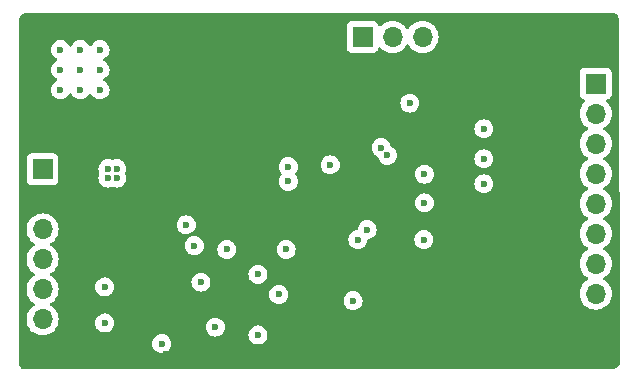
<source format=gbr>
%TF.GenerationSoftware,KiCad,Pcbnew,8.0.6*%
%TF.CreationDate,2025-03-17T21:12:52+03:00*%
%TF.ProjectId,ECU_SW_Control,4543555f-5357-45f4-936f-6e74726f6c2e,v1*%
%TF.SameCoordinates,Original*%
%TF.FileFunction,Copper,L2,Inr*%
%TF.FilePolarity,Positive*%
%FSLAX46Y46*%
G04 Gerber Fmt 4.6, Leading zero omitted, Abs format (unit mm)*
G04 Created by KiCad (PCBNEW 8.0.6) date 2025-03-17 21:12:52*
%MOMM*%
%LPD*%
G01*
G04 APERTURE LIST*
%TA.AperFunction,ComponentPad*%
%ADD10R,1.700000X1.700000*%
%TD*%
%TA.AperFunction,ComponentPad*%
%ADD11O,1.700000X1.700000*%
%TD*%
%TA.AperFunction,ViaPad*%
%ADD12C,0.600000*%
%TD*%
G04 APERTURE END LIST*
D10*
%TO.N,/MCU/I_MCLR*%
%TO.C,J2*%
X188544200Y-111455200D03*
D11*
%TO.N,/MCU/I_PROG_PGEC*%
X188544200Y-113995200D03*
%TO.N,/MCU/I_PROG_PGED*%
X188544200Y-116535200D03*
%TO.N,/MCU/IO_D_C_DEBUG*%
X188544200Y-119075200D03*
%TO.N,/MCU/IO_C_SPI_CLK*%
X188544200Y-121615200D03*
%TO.N,/MCU/I_C_SPI_MiSO*%
X188544200Y-124155200D03*
%TO.N,/MCU/O_C_SPI_MOSI*%
X188544200Y-126695200D03*
%TO.N,/CAN/5V*%
X188544200Y-129235200D03*
%TO.N,GND*%
X188544200Y-131775200D03*
%TD*%
D10*
%TO.N,/MCU/I_A_TEST*%
%TO.C,J3*%
X168798000Y-107492800D03*
D11*
%TO.N,/MCU/O_PWM_TEST*%
X171338000Y-107492800D03*
%TO.N,/MCU/O_D_TEST*%
X173878000Y-107492800D03*
%TD*%
D10*
%TO.N,/Connector/V_BAT*%
%TO.C,J1*%
X141706600Y-118719600D03*
D11*
%TO.N,GND*%
X141706600Y-121259600D03*
%TO.N,/Connector/COMM1*%
X141706600Y-123799600D03*
%TO.N,/Connector/COMM2*%
X141706600Y-126339600D03*
%TO.N,/CAN/CAN-*%
X141706600Y-128879600D03*
%TO.N,/CAN/CAN+*%
X141706600Y-131419600D03*
%TD*%
D12*
%TO.N,/LDO/V_BATPROT*%
X143223300Y-108585000D03*
X146573300Y-110285000D03*
X144913300Y-111985000D03*
X143223300Y-111985000D03*
X144913300Y-108585000D03*
X144913300Y-110285000D03*
X146573300Y-111985000D03*
X146573300Y-108585000D03*
X143223300Y-110285000D03*
%TO.N,GND*%
X182651400Y-113995200D03*
X157950400Y-108457600D03*
X147040600Y-134315200D03*
X167360600Y-111455200D03*
X179070000Y-121676600D03*
X187731400Y-134315200D03*
X147040600Y-106375200D03*
X185191400Y-113995200D03*
X170789600Y-124663200D03*
X158750400Y-109257600D03*
X182651400Y-129235200D03*
X169900600Y-111455200D03*
X182651400Y-121615200D03*
X158750400Y-108457600D03*
X161100400Y-111607600D03*
X173939200Y-130022600D03*
X151790400Y-126923800D03*
X164871400Y-134315200D03*
X158750400Y-113957600D03*
X152171400Y-134315200D03*
X154660600Y-106375200D03*
X160300400Y-109257600D03*
X159740600Y-106375200D03*
X182651400Y-108915200D03*
X162280600Y-106375200D03*
X158750400Y-110807600D03*
X161100400Y-113957600D03*
X164871400Y-131775200D03*
X158750400Y-111607600D03*
X180111400Y-116535200D03*
X177571400Y-113995200D03*
X182651400Y-124155200D03*
X157251400Y-134315200D03*
X180111400Y-113995200D03*
X180111400Y-134315200D03*
X160300400Y-111607600D03*
X164820600Y-106375200D03*
X144500600Y-119075200D03*
X172440600Y-111455200D03*
X157950400Y-113957600D03*
X156400400Y-109257600D03*
X157251400Y-121615200D03*
X157950400Y-111607600D03*
X157950400Y-110807600D03*
X155600400Y-113957600D03*
X164820600Y-108915200D03*
X182651400Y-126695200D03*
X141960600Y-134315200D03*
X185191400Y-116535200D03*
X160300400Y-108457600D03*
X160300400Y-113157600D03*
X166068800Y-119938800D03*
X152120600Y-106375200D03*
X156400400Y-111607600D03*
X177571400Y-108915200D03*
X182651400Y-119075200D03*
X185191400Y-111455200D03*
X182651400Y-116535200D03*
X149580600Y-134315200D03*
X158750400Y-113157600D03*
X155600400Y-109257600D03*
X187731400Y-106375200D03*
X149580600Y-121615200D03*
X152171400Y-121615200D03*
X185191400Y-108915200D03*
X182651400Y-134315200D03*
X177571400Y-106375200D03*
X155600400Y-108457600D03*
X156400400Y-113157600D03*
X147040600Y-124155200D03*
X144500600Y-134315200D03*
X177571400Y-126695200D03*
X144500600Y-106375200D03*
X164820600Y-111455200D03*
X185191400Y-134315200D03*
X161100400Y-110807600D03*
X182651400Y-131775200D03*
X160300400Y-113957600D03*
X141960600Y-106375200D03*
X180111400Y-119075200D03*
X144500600Y-131775200D03*
X147040600Y-126695200D03*
X161100400Y-108457600D03*
X180111400Y-111455200D03*
X157200600Y-106375200D03*
X185191400Y-126695200D03*
X156400400Y-110807600D03*
X164871400Y-129235200D03*
X161100400Y-113157600D03*
X149580600Y-106375200D03*
X185191400Y-121615200D03*
X156400400Y-113957600D03*
X159791400Y-134315200D03*
X180111400Y-108915200D03*
X162331400Y-124155200D03*
X160300400Y-110807600D03*
X167411400Y-134315200D03*
X180111400Y-106375200D03*
X182651400Y-111455200D03*
X161696400Y-131038600D03*
X185191400Y-124155200D03*
X187731400Y-108915200D03*
X162331400Y-134315200D03*
X177571400Y-111455200D03*
X144500600Y-121615200D03*
X161100400Y-109257600D03*
X155600400Y-110807600D03*
X144500600Y-126695200D03*
X167411400Y-131775200D03*
X155600400Y-111607600D03*
X180111400Y-129235200D03*
X155600400Y-113157600D03*
X156400400Y-108457600D03*
X182651400Y-106375200D03*
X154711400Y-134315200D03*
X180111400Y-124155200D03*
X185191400Y-119075200D03*
X185191400Y-131775200D03*
X157950400Y-113157600D03*
X157950400Y-109257600D03*
X185191400Y-106375200D03*
%TO.N,/CAN/5V*%
X157305800Y-125501400D03*
X167995600Y-129844800D03*
X147980400Y-118668800D03*
X162512800Y-118491000D03*
X147980400Y-119456200D03*
X161696400Y-129311400D03*
X147243800Y-119456200D03*
X147243800Y-118668800D03*
X179070000Y-119951600D03*
%TO.N,Net-(C4-Pad1)*%
X146964400Y-128676400D03*
X146964400Y-131724400D03*
%TO.N,Net-(IC1-~{MCLR})*%
X162331400Y-125501400D03*
X172802400Y-113106200D03*
%TO.N,Net-(IC1-RC5)*%
X174040800Y-121551603D03*
X179070000Y-117830600D03*
%TO.N,/CAN/TX*%
X159943800Y-132740400D03*
X153873200Y-123418600D03*
X168402000Y-124663200D03*
%TO.N,/Connector/COMM2*%
X170891200Y-117525800D03*
%TO.N,/Connector/COMM1*%
X170379051Y-116875800D03*
%TO.N,/MCU/O_D_TEST*%
X173993600Y-124663200D03*
%TO.N,/CAN/STBY*%
X156337000Y-132080000D03*
X162509200Y-119735600D03*
%TO.N,/CAN/RX*%
X154561792Y-125168408D03*
X159943800Y-127609600D03*
X169189400Y-123825000D03*
%TO.N,Net-(IC1-PGED2{slash}RB5)*%
X179070000Y-115290600D03*
X174040800Y-119126000D03*
%TO.N,/MCU/O_PWM_TEST*%
X166068800Y-118338600D03*
%TO.N,Net-(U2-SPLIT)*%
X151790400Y-133477000D03*
X155117800Y-128270000D03*
%TD*%
%TA.AperFunction,Conductor*%
%TO.N,GND*%
G36*
X189955809Y-105446453D02*
G01*
X190060991Y-105458298D01*
X190088057Y-105464475D01*
X190181374Y-105497123D01*
X190206393Y-105509171D01*
X190290104Y-105561768D01*
X190311815Y-105579082D01*
X190381717Y-105648984D01*
X190399031Y-105670695D01*
X190451628Y-105754406D01*
X190463676Y-105779427D01*
X190496323Y-105872740D01*
X190502501Y-105899813D01*
X190514348Y-106005015D01*
X190515127Y-106018897D01*
X190515124Y-106084285D01*
X190515304Y-106086997D01*
X190583681Y-135019309D01*
X190582901Y-135033485D01*
X190571066Y-135138530D01*
X190564887Y-135165602D01*
X190532234Y-135258918D01*
X190520187Y-135283935D01*
X190467583Y-135367653D01*
X190450270Y-135389362D01*
X190380362Y-135459270D01*
X190358653Y-135476583D01*
X190274935Y-135529187D01*
X190249922Y-135541232D01*
X190156598Y-135573888D01*
X190129529Y-135580066D01*
X190042519Y-135589869D01*
X190024315Y-135591920D01*
X190010434Y-135592700D01*
X189944255Y-135592700D01*
X189942932Y-135592786D01*
X140265463Y-135651149D01*
X140251434Y-135650369D01*
X140146668Y-135638565D01*
X140119595Y-135632386D01*
X140026275Y-135599731D01*
X140001257Y-135587683D01*
X139917537Y-135535076D01*
X139895829Y-135517763D01*
X139854650Y-135476583D01*
X139825918Y-135447850D01*
X139808611Y-135426148D01*
X139756007Y-135342424D01*
X139743960Y-135317406D01*
X139711308Y-135224082D01*
X139705130Y-135197010D01*
X139693285Y-135091848D01*
X139692506Y-135077861D01*
X139692551Y-135026413D01*
X139693906Y-133476996D01*
X150984835Y-133476996D01*
X150984835Y-133477003D01*
X151005030Y-133656249D01*
X151005031Y-133656254D01*
X151064611Y-133826523D01*
X151160584Y-133979262D01*
X151288138Y-134106816D01*
X151440878Y-134202789D01*
X151611145Y-134262368D01*
X151611150Y-134262369D01*
X151790396Y-134282565D01*
X151790400Y-134282565D01*
X151790404Y-134282565D01*
X151969649Y-134262369D01*
X151969652Y-134262368D01*
X151969655Y-134262368D01*
X152139922Y-134202789D01*
X152292662Y-134106816D01*
X152420216Y-133979262D01*
X152516189Y-133826522D01*
X152575768Y-133656255D01*
X152590470Y-133525769D01*
X152595965Y-133477003D01*
X152595965Y-133476996D01*
X152575769Y-133297750D01*
X152575768Y-133297745D01*
X152516188Y-133127476D01*
X152420215Y-132974737D01*
X152292662Y-132847184D01*
X152139923Y-132751211D01*
X151969654Y-132691631D01*
X151969649Y-132691630D01*
X151790404Y-132671435D01*
X151790396Y-132671435D01*
X151611150Y-132691630D01*
X151611145Y-132691631D01*
X151440876Y-132751211D01*
X151288137Y-132847184D01*
X151160584Y-132974737D01*
X151064611Y-133127476D01*
X151005031Y-133297745D01*
X151005030Y-133297750D01*
X150984835Y-133476996D01*
X139693906Y-133476996D01*
X139702370Y-123799599D01*
X140350941Y-123799599D01*
X140350941Y-123799600D01*
X140371536Y-124035003D01*
X140371538Y-124035013D01*
X140432694Y-124263255D01*
X140432696Y-124263259D01*
X140432697Y-124263263D01*
X140516332Y-124442619D01*
X140532565Y-124477430D01*
X140532567Y-124477434D01*
X140631598Y-124618864D01*
X140664705Y-124666146D01*
X140668101Y-124670995D01*
X140668106Y-124671002D01*
X140835197Y-124838093D01*
X140835203Y-124838098D01*
X141020758Y-124968025D01*
X141064383Y-125022602D01*
X141071577Y-125092100D01*
X141040054Y-125154455D01*
X141020758Y-125171175D01*
X140835197Y-125301105D01*
X140668105Y-125468197D01*
X140532565Y-125661769D01*
X140532564Y-125661771D01*
X140432698Y-125875935D01*
X140432694Y-125875944D01*
X140371538Y-126104186D01*
X140371536Y-126104196D01*
X140350941Y-126339599D01*
X140350941Y-126339600D01*
X140371536Y-126575003D01*
X140371538Y-126575013D01*
X140432694Y-126803255D01*
X140432696Y-126803259D01*
X140432697Y-126803263D01*
X140515010Y-126979784D01*
X140532565Y-127017430D01*
X140532567Y-127017434D01*
X140668101Y-127210995D01*
X140668106Y-127211002D01*
X140835197Y-127378093D01*
X140835203Y-127378098D01*
X141020758Y-127508025D01*
X141064383Y-127562602D01*
X141071577Y-127632100D01*
X141040054Y-127694455D01*
X141020758Y-127711175D01*
X140835197Y-127841105D01*
X140668105Y-128008197D01*
X140532565Y-128201769D01*
X140532564Y-128201771D01*
X140432698Y-128415935D01*
X140432694Y-128415944D01*
X140371538Y-128644186D01*
X140371536Y-128644196D01*
X140350941Y-128879599D01*
X140350941Y-128879600D01*
X140371536Y-129115003D01*
X140371538Y-129115013D01*
X140432694Y-129343255D01*
X140432696Y-129343259D01*
X140432697Y-129343263D01*
X140501427Y-129490654D01*
X140532565Y-129557430D01*
X140532567Y-129557434D01*
X140668101Y-129750995D01*
X140668106Y-129751002D01*
X140835197Y-129918093D01*
X140835203Y-129918098D01*
X141020758Y-130048025D01*
X141064383Y-130102602D01*
X141071577Y-130172100D01*
X141040054Y-130234455D01*
X141020758Y-130251175D01*
X140835197Y-130381105D01*
X140668105Y-130548197D01*
X140532565Y-130741769D01*
X140532564Y-130741771D01*
X140432698Y-130955935D01*
X140432694Y-130955944D01*
X140371538Y-131184186D01*
X140371536Y-131184196D01*
X140350941Y-131419599D01*
X140350941Y-131419600D01*
X140371536Y-131655003D01*
X140371538Y-131655013D01*
X140432694Y-131883255D01*
X140432696Y-131883259D01*
X140432697Y-131883263D01*
X140524435Y-132079996D01*
X140532565Y-132097430D01*
X140532567Y-132097434D01*
X140623054Y-132226662D01*
X140668105Y-132291001D01*
X140835199Y-132458095D01*
X140908996Y-132509768D01*
X141028765Y-132593632D01*
X141028767Y-132593633D01*
X141028770Y-132593635D01*
X141242937Y-132693503D01*
X141471192Y-132754663D01*
X141659518Y-132771139D01*
X141706599Y-132775259D01*
X141706600Y-132775259D01*
X141706601Y-132775259D01*
X141745834Y-132771826D01*
X141942008Y-132754663D01*
X142170263Y-132693503D01*
X142384430Y-132593635D01*
X142578001Y-132458095D01*
X142745095Y-132291001D01*
X142880635Y-132097430D01*
X142980503Y-131883263D01*
X143023071Y-131724396D01*
X146158835Y-131724396D01*
X146158835Y-131724403D01*
X146179030Y-131903649D01*
X146179031Y-131903654D01*
X146238611Y-132073923D01*
X146261647Y-132110584D01*
X146334584Y-132226662D01*
X146462138Y-132354216D01*
X146520482Y-132390876D01*
X146581986Y-132429522D01*
X146614878Y-132450189D01*
X146637481Y-132458098D01*
X146785145Y-132509768D01*
X146785150Y-132509769D01*
X146964396Y-132529965D01*
X146964400Y-132529965D01*
X146964404Y-132529965D01*
X147143649Y-132509769D01*
X147143652Y-132509768D01*
X147143655Y-132509768D01*
X147313922Y-132450189D01*
X147466662Y-132354216D01*
X147594216Y-132226662D01*
X147686372Y-132079996D01*
X155531435Y-132079996D01*
X155531435Y-132080003D01*
X155551630Y-132259249D01*
X155551631Y-132259254D01*
X155611211Y-132429523D01*
X155693915Y-132561145D01*
X155707184Y-132582262D01*
X155834738Y-132709816D01*
X155987478Y-132805789D01*
X156105778Y-132847184D01*
X156157745Y-132865368D01*
X156157750Y-132865369D01*
X156336996Y-132885565D01*
X156337000Y-132885565D01*
X156337004Y-132885565D01*
X156516249Y-132865369D01*
X156516252Y-132865368D01*
X156516255Y-132865368D01*
X156686522Y-132805789D01*
X156790594Y-132740396D01*
X159138235Y-132740396D01*
X159138235Y-132740403D01*
X159158430Y-132919649D01*
X159158431Y-132919654D01*
X159218011Y-133089923D01*
X159241609Y-133127478D01*
X159313984Y-133242662D01*
X159441538Y-133370216D01*
X159594278Y-133466189D01*
X159625183Y-133477003D01*
X159764545Y-133525768D01*
X159764550Y-133525769D01*
X159943796Y-133545965D01*
X159943800Y-133545965D01*
X159943804Y-133545965D01*
X160123049Y-133525769D01*
X160123052Y-133525768D01*
X160123055Y-133525768D01*
X160293322Y-133466189D01*
X160446062Y-133370216D01*
X160573616Y-133242662D01*
X160669589Y-133089922D01*
X160729168Y-132919655D01*
X160735285Y-132865368D01*
X160749365Y-132740403D01*
X160749365Y-132740396D01*
X160729169Y-132561150D01*
X160729168Y-132561145D01*
X160693109Y-132458095D01*
X160669589Y-132390878D01*
X160573616Y-132238138D01*
X160446062Y-132110584D01*
X160397382Y-132079996D01*
X160293323Y-132014611D01*
X160123054Y-131955031D01*
X160123049Y-131955030D01*
X159943804Y-131934835D01*
X159943796Y-131934835D01*
X159764550Y-131955030D01*
X159764545Y-131955031D01*
X159594276Y-132014611D01*
X159441537Y-132110584D01*
X159313984Y-132238137D01*
X159218011Y-132390876D01*
X159158431Y-132561145D01*
X159158430Y-132561150D01*
X159138235Y-132740396D01*
X156790594Y-132740396D01*
X156839262Y-132709816D01*
X156966816Y-132582262D01*
X157062789Y-132429522D01*
X157122368Y-132259255D01*
X157122369Y-132259249D01*
X157142565Y-132080003D01*
X157142565Y-132079996D01*
X157122369Y-131900750D01*
X157122368Y-131900745D01*
X157062788Y-131730476D01*
X156966815Y-131577737D01*
X156839262Y-131450184D01*
X156686523Y-131354211D01*
X156516254Y-131294631D01*
X156516249Y-131294630D01*
X156337004Y-131274435D01*
X156336996Y-131274435D01*
X156157750Y-131294630D01*
X156157745Y-131294631D01*
X155987476Y-131354211D01*
X155834737Y-131450184D01*
X155707184Y-131577737D01*
X155611211Y-131730476D01*
X155551631Y-131900745D01*
X155551630Y-131900750D01*
X155531435Y-132079996D01*
X147686372Y-132079996D01*
X147690189Y-132073922D01*
X147749768Y-131903655D01*
X147749769Y-131903649D01*
X147769965Y-131724403D01*
X147769965Y-131724396D01*
X147749769Y-131545150D01*
X147749768Y-131545145D01*
X147705838Y-131419600D01*
X147690189Y-131374878D01*
X147594216Y-131222138D01*
X147466662Y-131094584D01*
X147313923Y-130998611D01*
X147143654Y-130939031D01*
X147143649Y-130939030D01*
X146964404Y-130918835D01*
X146964396Y-130918835D01*
X146785150Y-130939030D01*
X146785145Y-130939031D01*
X146614876Y-130998611D01*
X146462137Y-131094584D01*
X146334584Y-131222137D01*
X146238611Y-131374876D01*
X146179031Y-131545145D01*
X146179030Y-131545150D01*
X146158835Y-131724396D01*
X143023071Y-131724396D01*
X143041663Y-131655008D01*
X143062259Y-131419600D01*
X143041663Y-131184192D01*
X142980503Y-130955937D01*
X142880635Y-130741771D01*
X142816633Y-130650365D01*
X142745094Y-130548197D01*
X142578002Y-130381106D01*
X142577996Y-130381101D01*
X142392442Y-130251175D01*
X142348817Y-130196598D01*
X142341623Y-130127100D01*
X142373146Y-130064745D01*
X142392442Y-130048025D01*
X142426683Y-130024049D01*
X142578001Y-129918095D01*
X142745095Y-129751001D01*
X142880635Y-129557430D01*
X142980503Y-129343263D01*
X143041663Y-129115008D01*
X143062259Y-128879600D01*
X143044481Y-128676396D01*
X146158835Y-128676396D01*
X146158835Y-128676403D01*
X146179030Y-128855649D01*
X146179031Y-128855654D01*
X146238611Y-129025923D01*
X146334584Y-129178662D01*
X146462138Y-129306216D01*
X146614878Y-129402189D01*
X146785145Y-129461768D01*
X146785150Y-129461769D01*
X146964396Y-129481965D01*
X146964400Y-129481965D01*
X146964404Y-129481965D01*
X147143649Y-129461769D01*
X147143652Y-129461768D01*
X147143655Y-129461768D01*
X147313922Y-129402189D01*
X147458418Y-129311396D01*
X160890835Y-129311396D01*
X160890835Y-129311403D01*
X160911030Y-129490649D01*
X160911031Y-129490654D01*
X160970611Y-129660923D01*
X161027211Y-129751001D01*
X161066584Y-129813662D01*
X161194138Y-129941216D01*
X161346878Y-130037189D01*
X161425629Y-130064745D01*
X161517145Y-130096768D01*
X161517150Y-130096769D01*
X161696396Y-130116965D01*
X161696400Y-130116965D01*
X161696404Y-130116965D01*
X161875649Y-130096769D01*
X161875652Y-130096768D01*
X161875655Y-130096768D01*
X162045922Y-130037189D01*
X162198662Y-129941216D01*
X162295082Y-129844796D01*
X167190035Y-129844796D01*
X167190035Y-129844803D01*
X167210230Y-130024049D01*
X167210231Y-130024054D01*
X167269811Y-130194323D01*
X167295028Y-130234455D01*
X167365784Y-130347062D01*
X167493338Y-130474616D01*
X167548221Y-130509101D01*
X167610444Y-130548199D01*
X167646078Y-130570589D01*
X167816345Y-130630168D01*
X167816350Y-130630169D01*
X167995596Y-130650365D01*
X167995600Y-130650365D01*
X167995604Y-130650365D01*
X168174849Y-130630169D01*
X168174852Y-130630168D01*
X168174855Y-130630168D01*
X168345122Y-130570589D01*
X168497862Y-130474616D01*
X168625416Y-130347062D01*
X168721389Y-130194322D01*
X168780968Y-130024055D01*
X168790302Y-129941215D01*
X168801165Y-129844803D01*
X168801165Y-129844796D01*
X168780969Y-129665550D01*
X168780968Y-129665545D01*
X168721388Y-129495276D01*
X168662897Y-129402189D01*
X168625416Y-129342538D01*
X168497862Y-129214984D01*
X168366025Y-129132145D01*
X168345123Y-129119011D01*
X168174854Y-129059431D01*
X168174849Y-129059430D01*
X167995604Y-129039235D01*
X167995596Y-129039235D01*
X167816350Y-129059430D01*
X167816345Y-129059431D01*
X167646076Y-129119011D01*
X167493337Y-129214984D01*
X167365784Y-129342537D01*
X167269811Y-129495276D01*
X167210231Y-129665545D01*
X167210230Y-129665550D01*
X167190035Y-129844796D01*
X162295082Y-129844796D01*
X162326216Y-129813662D01*
X162422189Y-129660922D01*
X162481768Y-129490655D01*
X162484027Y-129470608D01*
X162501965Y-129311403D01*
X162501965Y-129311396D01*
X162481769Y-129132150D01*
X162481768Y-129132145D01*
X162475773Y-129115013D01*
X162422189Y-128961878D01*
X162326216Y-128809138D01*
X162198662Y-128681584D01*
X162045923Y-128585611D01*
X161875654Y-128526031D01*
X161875649Y-128526030D01*
X161696404Y-128505835D01*
X161696396Y-128505835D01*
X161517150Y-128526030D01*
X161517145Y-128526031D01*
X161346876Y-128585611D01*
X161194137Y-128681584D01*
X161066584Y-128809137D01*
X160970611Y-128961876D01*
X160911031Y-129132145D01*
X160911030Y-129132150D01*
X160890835Y-129311396D01*
X147458418Y-129311396D01*
X147466662Y-129306216D01*
X147594216Y-129178662D01*
X147690189Y-129025922D01*
X147749768Y-128855655D01*
X147755009Y-128809138D01*
X147769965Y-128676403D01*
X147769965Y-128676396D01*
X147749769Y-128497150D01*
X147749768Y-128497145D01*
X147690189Y-128326878D01*
X147654448Y-128269996D01*
X154312235Y-128269996D01*
X154312235Y-128270003D01*
X154332430Y-128449249D01*
X154332431Y-128449254D01*
X154392011Y-128619523D01*
X154431007Y-128681584D01*
X154487984Y-128772262D01*
X154615538Y-128899816D01*
X154768278Y-128995789D01*
X154854396Y-129025923D01*
X154938545Y-129055368D01*
X154938550Y-129055369D01*
X155117796Y-129075565D01*
X155117800Y-129075565D01*
X155117804Y-129075565D01*
X155297049Y-129055369D01*
X155297052Y-129055368D01*
X155297055Y-129055368D01*
X155467322Y-128995789D01*
X155620062Y-128899816D01*
X155747616Y-128772262D01*
X155843589Y-128619522D01*
X155903168Y-128449255D01*
X155903169Y-128449249D01*
X155923365Y-128270003D01*
X155923365Y-128269996D01*
X155903169Y-128090750D01*
X155903168Y-128090745D01*
X155843589Y-127920478D01*
X155747616Y-127767738D01*
X155620062Y-127640184D01*
X155571382Y-127609596D01*
X159138235Y-127609596D01*
X159138235Y-127609603D01*
X159158430Y-127788849D01*
X159158431Y-127788854D01*
X159218011Y-127959123D01*
X159272967Y-128046584D01*
X159313984Y-128111862D01*
X159441538Y-128239416D01*
X159490206Y-128269996D01*
X159580729Y-128326876D01*
X159594278Y-128335389D01*
X159764545Y-128394968D01*
X159764550Y-128394969D01*
X159943796Y-128415165D01*
X159943800Y-128415165D01*
X159943804Y-128415165D01*
X160123049Y-128394969D01*
X160123052Y-128394968D01*
X160123055Y-128394968D01*
X160293322Y-128335389D01*
X160446062Y-128239416D01*
X160573616Y-128111862D01*
X160669589Y-127959122D01*
X160729168Y-127788855D01*
X160729169Y-127788849D01*
X160749365Y-127609603D01*
X160749365Y-127609596D01*
X160729169Y-127430350D01*
X160729167Y-127430341D01*
X160669588Y-127260076D01*
X160573615Y-127107337D01*
X160446062Y-126979784D01*
X160293323Y-126883811D01*
X160123054Y-126824231D01*
X160123049Y-126824230D01*
X159943804Y-126804035D01*
X159943796Y-126804035D01*
X159764550Y-126824230D01*
X159764545Y-126824231D01*
X159594276Y-126883811D01*
X159441537Y-126979784D01*
X159313984Y-127107337D01*
X159218011Y-127260076D01*
X159158433Y-127430341D01*
X159158430Y-127430350D01*
X159138235Y-127609596D01*
X155571382Y-127609596D01*
X155467323Y-127544211D01*
X155297054Y-127484631D01*
X155297049Y-127484630D01*
X155117804Y-127464435D01*
X155117796Y-127464435D01*
X154938550Y-127484630D01*
X154938545Y-127484631D01*
X154768276Y-127544211D01*
X154615537Y-127640184D01*
X154487984Y-127767737D01*
X154392011Y-127920476D01*
X154332431Y-128090745D01*
X154332430Y-128090750D01*
X154312235Y-128269996D01*
X147654448Y-128269996D01*
X147594216Y-128174138D01*
X147466662Y-128046584D01*
X147372949Y-127987700D01*
X147313923Y-127950611D01*
X147143654Y-127891031D01*
X147143649Y-127891030D01*
X146964404Y-127870835D01*
X146964396Y-127870835D01*
X146785150Y-127891030D01*
X146785145Y-127891031D01*
X146614876Y-127950611D01*
X146462137Y-128046584D01*
X146334584Y-128174137D01*
X146238611Y-128326876D01*
X146179031Y-128497145D01*
X146179030Y-128497150D01*
X146158835Y-128676396D01*
X143044481Y-128676396D01*
X143041663Y-128644192D01*
X142980503Y-128415937D01*
X142880635Y-128201771D01*
X142877089Y-128196706D01*
X142745094Y-128008197D01*
X142578002Y-127841106D01*
X142577996Y-127841101D01*
X142392442Y-127711175D01*
X142348817Y-127656598D01*
X142341623Y-127587100D01*
X142373146Y-127524745D01*
X142392442Y-127508025D01*
X142414626Y-127492491D01*
X142578001Y-127378095D01*
X142745095Y-127211001D01*
X142880635Y-127017430D01*
X142980503Y-126803263D01*
X143041663Y-126575008D01*
X143062259Y-126339600D01*
X143041663Y-126104192D01*
X142985396Y-125894197D01*
X142980505Y-125875944D01*
X142980504Y-125875943D01*
X142980503Y-125875937D01*
X142880635Y-125661771D01*
X142877089Y-125656706D01*
X142745094Y-125468197D01*
X142578002Y-125301106D01*
X142577996Y-125301101D01*
X142392442Y-125171175D01*
X142390227Y-125168404D01*
X153756227Y-125168404D01*
X153756227Y-125168411D01*
X153776422Y-125347657D01*
X153776423Y-125347662D01*
X153836003Y-125517931D01*
X153923199Y-125656701D01*
X153931976Y-125670670D01*
X154059530Y-125798224D01*
X154143398Y-125850922D01*
X154183220Y-125875944D01*
X154212270Y-125894197D01*
X154382537Y-125953776D01*
X154382542Y-125953777D01*
X154561788Y-125973973D01*
X154561792Y-125973973D01*
X154561796Y-125973973D01*
X154741041Y-125953777D01*
X154741044Y-125953776D01*
X154741047Y-125953776D01*
X154911314Y-125894197D01*
X155064054Y-125798224D01*
X155191608Y-125670670D01*
X155287581Y-125517930D01*
X155293366Y-125501396D01*
X156500235Y-125501396D01*
X156500235Y-125501403D01*
X156520430Y-125680649D01*
X156520431Y-125680654D01*
X156580011Y-125850923D01*
X156644639Y-125953777D01*
X156675984Y-126003662D01*
X156803538Y-126131216D01*
X156956278Y-126227189D01*
X157126545Y-126286768D01*
X157126550Y-126286769D01*
X157305796Y-126306965D01*
X157305800Y-126306965D01*
X157305804Y-126306965D01*
X157485049Y-126286769D01*
X157485052Y-126286768D01*
X157485055Y-126286768D01*
X157655322Y-126227189D01*
X157808062Y-126131216D01*
X157935616Y-126003662D01*
X158031589Y-125850922D01*
X158091168Y-125680655D01*
X158093296Y-125661769D01*
X158111365Y-125501403D01*
X158111365Y-125501396D01*
X161525835Y-125501396D01*
X161525835Y-125501403D01*
X161546030Y-125680649D01*
X161546031Y-125680654D01*
X161605611Y-125850923D01*
X161670239Y-125953777D01*
X161701584Y-126003662D01*
X161829138Y-126131216D01*
X161981878Y-126227189D01*
X162152145Y-126286768D01*
X162152150Y-126286769D01*
X162331396Y-126306965D01*
X162331400Y-126306965D01*
X162331404Y-126306965D01*
X162510649Y-126286769D01*
X162510652Y-126286768D01*
X162510655Y-126286768D01*
X162680922Y-126227189D01*
X162833662Y-126131216D01*
X162961216Y-126003662D01*
X163057189Y-125850922D01*
X163116768Y-125680655D01*
X163118896Y-125661769D01*
X163136965Y-125501403D01*
X163136965Y-125501396D01*
X163116769Y-125322150D01*
X163116768Y-125322145D01*
X163071821Y-125193695D01*
X163057189Y-125151878D01*
X162961216Y-124999138D01*
X162833662Y-124871584D01*
X162787294Y-124842449D01*
X162680923Y-124775611D01*
X162510654Y-124716031D01*
X162510649Y-124716030D01*
X162331404Y-124695835D01*
X162331396Y-124695835D01*
X162152150Y-124716030D01*
X162152145Y-124716031D01*
X161981876Y-124775611D01*
X161829137Y-124871584D01*
X161701584Y-124999137D01*
X161605611Y-125151876D01*
X161546031Y-125322145D01*
X161546030Y-125322150D01*
X161525835Y-125501396D01*
X158111365Y-125501396D01*
X158091169Y-125322150D01*
X158091168Y-125322145D01*
X158046221Y-125193695D01*
X158031589Y-125151878D01*
X157935616Y-124999138D01*
X157808062Y-124871584D01*
X157761694Y-124842449D01*
X157655323Y-124775611D01*
X157485054Y-124716031D01*
X157485049Y-124716030D01*
X157305804Y-124695835D01*
X157305796Y-124695835D01*
X157126550Y-124716030D01*
X157126545Y-124716031D01*
X156956276Y-124775611D01*
X156803537Y-124871584D01*
X156675984Y-124999137D01*
X156580011Y-125151876D01*
X156520431Y-125322145D01*
X156520430Y-125322150D01*
X156500235Y-125501396D01*
X155293366Y-125501396D01*
X155347160Y-125347663D01*
X155347985Y-125340345D01*
X155367357Y-125168411D01*
X155367357Y-125168404D01*
X155347161Y-124989158D01*
X155347160Y-124989153D01*
X155295826Y-124842449D01*
X155287581Y-124818886D01*
X155260389Y-124775611D01*
X155248374Y-124756488D01*
X155191608Y-124666146D01*
X155188658Y-124663196D01*
X167596435Y-124663196D01*
X167596435Y-124663203D01*
X167616630Y-124842449D01*
X167616631Y-124842454D01*
X167676211Y-125012723D01*
X167763647Y-125151876D01*
X167772184Y-125165462D01*
X167899738Y-125293016D01*
X167948452Y-125323625D01*
X168035310Y-125378202D01*
X168052478Y-125388989D01*
X168091662Y-125402700D01*
X168222745Y-125448568D01*
X168222750Y-125448569D01*
X168401996Y-125468765D01*
X168402000Y-125468765D01*
X168402004Y-125468765D01*
X168581249Y-125448569D01*
X168581252Y-125448568D01*
X168581255Y-125448568D01*
X168751522Y-125388989D01*
X168904262Y-125293016D01*
X169031816Y-125165462D01*
X169127789Y-125012722D01*
X169187368Y-124842455D01*
X169187860Y-124838095D01*
X169200451Y-124726337D01*
X169226982Y-124663196D01*
X173188035Y-124663196D01*
X173188035Y-124663203D01*
X173208230Y-124842449D01*
X173208231Y-124842454D01*
X173267811Y-125012723D01*
X173355247Y-125151876D01*
X173363784Y-125165462D01*
X173491338Y-125293016D01*
X173540052Y-125323625D01*
X173626910Y-125378202D01*
X173644078Y-125388989D01*
X173683262Y-125402700D01*
X173814345Y-125448568D01*
X173814350Y-125448569D01*
X173993596Y-125468765D01*
X173993600Y-125468765D01*
X173993604Y-125468765D01*
X174172849Y-125448569D01*
X174172852Y-125448568D01*
X174172855Y-125448568D01*
X174343122Y-125388989D01*
X174495862Y-125293016D01*
X174623416Y-125165462D01*
X174719389Y-125012722D01*
X174778968Y-124842455D01*
X174779459Y-124838098D01*
X174799165Y-124663203D01*
X174799165Y-124663196D01*
X174778969Y-124483950D01*
X174778968Y-124483945D01*
X174743659Y-124383038D01*
X174719389Y-124313678D01*
X174623416Y-124160938D01*
X174495862Y-124033384D01*
X174449494Y-124004249D01*
X174343123Y-123937411D01*
X174172854Y-123877831D01*
X174172849Y-123877830D01*
X173993604Y-123857635D01*
X173993596Y-123857635D01*
X173814350Y-123877830D01*
X173814345Y-123877831D01*
X173644076Y-123937411D01*
X173491337Y-124033384D01*
X173363784Y-124160937D01*
X173267811Y-124313676D01*
X173208231Y-124483945D01*
X173208230Y-124483950D01*
X173188035Y-124663196D01*
X169226982Y-124663196D01*
X169227517Y-124661923D01*
X169285111Y-124622368D01*
X169309776Y-124617001D01*
X169368655Y-124610368D01*
X169538922Y-124550789D01*
X169691662Y-124454816D01*
X169819216Y-124327262D01*
X169915189Y-124174522D01*
X169974768Y-124004255D01*
X169974769Y-124004249D01*
X169994965Y-123825003D01*
X169994965Y-123824996D01*
X169974769Y-123645750D01*
X169974768Y-123645745D01*
X169915189Y-123475478D01*
X169819216Y-123322738D01*
X169691662Y-123195184D01*
X169538923Y-123099211D01*
X169368654Y-123039631D01*
X169368649Y-123039630D01*
X169189404Y-123019435D01*
X169189396Y-123019435D01*
X169010150Y-123039630D01*
X169010145Y-123039631D01*
X168839876Y-123099211D01*
X168687137Y-123195184D01*
X168559584Y-123322737D01*
X168463611Y-123475476D01*
X168404031Y-123645745D01*
X168404030Y-123645749D01*
X168390948Y-123761862D01*
X168363881Y-123826276D01*
X168306286Y-123865831D01*
X168281613Y-123871198D01*
X168222750Y-123877830D01*
X168052478Y-123937410D01*
X167899737Y-124033384D01*
X167772184Y-124160937D01*
X167676211Y-124313676D01*
X167616631Y-124483945D01*
X167616630Y-124483950D01*
X167596435Y-124663196D01*
X155188658Y-124663196D01*
X155064054Y-124538592D01*
X154966722Y-124477434D01*
X154911315Y-124442619D01*
X154741046Y-124383039D01*
X154741041Y-124383038D01*
X154561796Y-124362843D01*
X154561788Y-124362843D01*
X154382542Y-124383038D01*
X154382537Y-124383039D01*
X154212268Y-124442619D01*
X154059529Y-124538592D01*
X153931976Y-124666145D01*
X153836003Y-124818884D01*
X153776423Y-124989153D01*
X153776422Y-124989158D01*
X153756227Y-125168404D01*
X142390227Y-125168404D01*
X142348817Y-125116598D01*
X142341623Y-125047100D01*
X142373146Y-124984745D01*
X142392442Y-124968025D01*
X142414626Y-124952491D01*
X142578001Y-124838095D01*
X142745095Y-124671001D01*
X142880635Y-124477430D01*
X142980503Y-124263263D01*
X143041663Y-124035008D01*
X143062259Y-123799600D01*
X143041663Y-123564192D01*
X143002651Y-123418596D01*
X153067635Y-123418596D01*
X153067635Y-123418603D01*
X153087830Y-123597849D01*
X153087831Y-123597854D01*
X153147411Y-123768123D01*
X153212178Y-123871198D01*
X153243384Y-123920862D01*
X153370938Y-124048416D01*
X153523678Y-124144389D01*
X153609796Y-124174523D01*
X153693945Y-124203968D01*
X153693950Y-124203969D01*
X153873196Y-124224165D01*
X153873200Y-124224165D01*
X153873204Y-124224165D01*
X154052449Y-124203969D01*
X154052452Y-124203968D01*
X154052455Y-124203968D01*
X154222722Y-124144389D01*
X154375462Y-124048416D01*
X154503016Y-123920862D01*
X154598989Y-123768122D01*
X154658568Y-123597855D01*
X154658569Y-123597849D01*
X154678765Y-123418603D01*
X154678765Y-123418596D01*
X154658569Y-123239350D01*
X154658568Y-123239345D01*
X154598988Y-123069076D01*
X154559782Y-123006680D01*
X154503016Y-122916338D01*
X154375462Y-122788784D01*
X154331405Y-122761101D01*
X154222723Y-122692811D01*
X154052454Y-122633231D01*
X154052449Y-122633230D01*
X153873204Y-122613035D01*
X153873196Y-122613035D01*
X153693950Y-122633230D01*
X153693945Y-122633231D01*
X153523676Y-122692811D01*
X153370937Y-122788784D01*
X153243384Y-122916337D01*
X153147411Y-123069076D01*
X153087831Y-123239345D01*
X153087830Y-123239350D01*
X153067635Y-123418596D01*
X143002651Y-123418596D01*
X142980503Y-123335937D01*
X142880635Y-123121771D01*
X142877089Y-123116706D01*
X142745094Y-122928197D01*
X142578002Y-122761106D01*
X142577995Y-122761101D01*
X142384434Y-122625567D01*
X142384430Y-122625565D01*
X142357559Y-122613035D01*
X142170263Y-122525697D01*
X142170259Y-122525696D01*
X142170255Y-122525694D01*
X141942013Y-122464538D01*
X141942003Y-122464536D01*
X141706601Y-122443941D01*
X141706599Y-122443941D01*
X141471196Y-122464536D01*
X141471186Y-122464538D01*
X141242944Y-122525694D01*
X141242935Y-122525698D01*
X141028771Y-122625564D01*
X141028769Y-122625565D01*
X140835197Y-122761105D01*
X140668105Y-122928197D01*
X140532565Y-123121769D01*
X140532564Y-123121771D01*
X140432698Y-123335935D01*
X140432694Y-123335944D01*
X140371538Y-123564186D01*
X140371536Y-123564196D01*
X140350941Y-123799599D01*
X139702370Y-123799599D01*
X139704336Y-121551599D01*
X173235235Y-121551599D01*
X173235235Y-121551606D01*
X173255430Y-121730852D01*
X173255431Y-121730857D01*
X173315011Y-121901126D01*
X173410984Y-122053865D01*
X173538538Y-122181419D01*
X173691278Y-122277392D01*
X173861545Y-122336971D01*
X173861550Y-122336972D01*
X174040796Y-122357168D01*
X174040800Y-122357168D01*
X174040804Y-122357168D01*
X174220049Y-122336972D01*
X174220052Y-122336971D01*
X174220055Y-122336971D01*
X174390322Y-122277392D01*
X174543062Y-122181419D01*
X174670616Y-122053865D01*
X174766589Y-121901125D01*
X174826168Y-121730858D01*
X174826169Y-121730852D01*
X174846365Y-121551606D01*
X174846365Y-121551599D01*
X174826169Y-121372353D01*
X174826168Y-121372348D01*
X174766588Y-121202079D01*
X174670615Y-121049340D01*
X174543062Y-120921787D01*
X174390323Y-120825814D01*
X174220054Y-120766234D01*
X174220049Y-120766233D01*
X174040804Y-120746038D01*
X174040796Y-120746038D01*
X173861550Y-120766233D01*
X173861545Y-120766234D01*
X173691276Y-120825814D01*
X173538537Y-120921787D01*
X173410984Y-121049340D01*
X173315011Y-121202079D01*
X173255431Y-121372348D01*
X173255430Y-121372353D01*
X173235235Y-121551599D01*
X139704336Y-121551599D01*
X139707598Y-117821735D01*
X140356100Y-117821735D01*
X140356100Y-119617470D01*
X140356101Y-119617476D01*
X140362508Y-119677083D01*
X140412802Y-119811928D01*
X140412806Y-119811935D01*
X140499052Y-119927144D01*
X140499055Y-119927147D01*
X140614264Y-120013393D01*
X140614271Y-120013397D01*
X140749117Y-120063691D01*
X140749116Y-120063691D01*
X140756044Y-120064435D01*
X140808727Y-120070100D01*
X142604472Y-120070099D01*
X142664083Y-120063691D01*
X142798931Y-120013396D01*
X142914146Y-119927146D01*
X143000396Y-119811931D01*
X143050691Y-119677083D01*
X143057100Y-119617473D01*
X143057099Y-118668796D01*
X146438235Y-118668796D01*
X146438235Y-118668803D01*
X146458430Y-118848049D01*
X146458433Y-118848062D01*
X146519138Y-119021545D01*
X146522700Y-119091324D01*
X146519138Y-119103455D01*
X146458433Y-119276937D01*
X146458430Y-119276950D01*
X146438235Y-119456196D01*
X146438235Y-119456203D01*
X146458430Y-119635449D01*
X146458431Y-119635454D01*
X146518011Y-119805723D01*
X146594307Y-119927146D01*
X146613984Y-119958462D01*
X146741538Y-120086016D01*
X146894278Y-120181989D01*
X147053954Y-120237862D01*
X147064545Y-120241568D01*
X147064550Y-120241569D01*
X147243796Y-120261765D01*
X147243800Y-120261765D01*
X147243804Y-120261765D01*
X147423049Y-120241569D01*
X147423051Y-120241568D01*
X147423055Y-120241568D01*
X147423058Y-120241566D01*
X147423062Y-120241566D01*
X147571145Y-120189749D01*
X147640923Y-120186186D01*
X147653055Y-120189749D01*
X147801137Y-120241566D01*
X147801143Y-120241567D01*
X147801145Y-120241568D01*
X147801146Y-120241568D01*
X147801150Y-120241569D01*
X147980396Y-120261765D01*
X147980400Y-120261765D01*
X147980404Y-120261765D01*
X148159649Y-120241569D01*
X148159652Y-120241568D01*
X148159655Y-120241568D01*
X148329922Y-120181989D01*
X148482662Y-120086016D01*
X148610216Y-119958462D01*
X148706189Y-119805722D01*
X148730727Y-119735596D01*
X161703635Y-119735596D01*
X161703635Y-119735603D01*
X161723830Y-119914849D01*
X161723831Y-119914854D01*
X161783411Y-120085123D01*
X161879384Y-120237862D01*
X162006938Y-120365416D01*
X162159678Y-120461389D01*
X162329945Y-120520968D01*
X162329950Y-120520969D01*
X162509196Y-120541165D01*
X162509200Y-120541165D01*
X162509204Y-120541165D01*
X162688449Y-120520969D01*
X162688452Y-120520968D01*
X162688455Y-120520968D01*
X162858722Y-120461389D01*
X163011462Y-120365416D01*
X163139016Y-120237862D01*
X163234989Y-120085122D01*
X163281712Y-119951596D01*
X178264435Y-119951596D01*
X178264435Y-119951603D01*
X178284630Y-120130849D01*
X178284631Y-120130854D01*
X178344211Y-120301123D01*
X178401438Y-120392198D01*
X178440184Y-120453862D01*
X178567738Y-120581416D01*
X178720478Y-120677389D01*
X178890745Y-120736968D01*
X178890750Y-120736969D01*
X179069996Y-120757165D01*
X179070000Y-120757165D01*
X179070004Y-120757165D01*
X179249249Y-120736969D01*
X179249252Y-120736968D01*
X179249255Y-120736968D01*
X179419522Y-120677389D01*
X179572262Y-120581416D01*
X179699816Y-120453862D01*
X179795789Y-120301122D01*
X179855368Y-120130855D01*
X179857301Y-120113698D01*
X179875565Y-119951603D01*
X179875565Y-119951596D01*
X179855369Y-119772350D01*
X179855368Y-119772345D01*
X179801176Y-119617473D01*
X179795789Y-119602078D01*
X179699816Y-119449338D01*
X179572262Y-119321784D01*
X179419523Y-119225811D01*
X179249254Y-119166231D01*
X179249249Y-119166230D01*
X179070004Y-119146035D01*
X179069996Y-119146035D01*
X178890750Y-119166230D01*
X178890745Y-119166231D01*
X178720476Y-119225811D01*
X178567737Y-119321784D01*
X178440184Y-119449337D01*
X178344211Y-119602076D01*
X178284631Y-119772345D01*
X178284630Y-119772350D01*
X178264435Y-119951596D01*
X163281712Y-119951596D01*
X163294568Y-119914855D01*
X163301674Y-119851788D01*
X163314765Y-119735603D01*
X163314765Y-119735596D01*
X163294569Y-119556350D01*
X163294568Y-119556345D01*
X163259524Y-119456196D01*
X163234989Y-119386078D01*
X163139016Y-119233338D01*
X163108459Y-119202781D01*
X163074974Y-119141458D01*
X163079958Y-119071766D01*
X163108459Y-119027419D01*
X163117556Y-119018322D01*
X163142616Y-118993262D01*
X163238589Y-118840522D01*
X163298168Y-118670255D01*
X163298332Y-118668800D01*
X163318365Y-118491003D01*
X163318365Y-118490996D01*
X163301194Y-118338596D01*
X165263235Y-118338596D01*
X165263235Y-118338603D01*
X165283430Y-118517849D01*
X165283431Y-118517854D01*
X165343011Y-118688123D01*
X165398529Y-118776478D01*
X165438984Y-118840862D01*
X165566538Y-118968416D01*
X165606080Y-118993262D01*
X165716271Y-119062500D01*
X165719278Y-119064389D01*
X165840133Y-119106678D01*
X165889545Y-119123968D01*
X165889550Y-119123969D01*
X166068796Y-119144165D01*
X166068800Y-119144165D01*
X166068804Y-119144165D01*
X166230059Y-119125996D01*
X173235235Y-119125996D01*
X173235235Y-119126003D01*
X173255430Y-119305249D01*
X173255431Y-119305254D01*
X173315011Y-119475523D01*
X173394530Y-119602076D01*
X173410984Y-119628262D01*
X173538538Y-119755816D01*
X173691278Y-119851789D01*
X173861545Y-119911368D01*
X173861550Y-119911369D01*
X174040796Y-119931565D01*
X174040800Y-119931565D01*
X174040804Y-119931565D01*
X174220049Y-119911369D01*
X174220052Y-119911368D01*
X174220055Y-119911368D01*
X174390322Y-119851789D01*
X174543062Y-119755816D01*
X174670616Y-119628262D01*
X174766589Y-119475522D01*
X174826168Y-119305255D01*
X174826169Y-119305249D01*
X174846365Y-119126003D01*
X174846365Y-119125996D01*
X174826169Y-118946750D01*
X174826168Y-118946745D01*
X174788745Y-118839796D01*
X174766589Y-118776478D01*
X174670616Y-118623738D01*
X174543062Y-118496184D01*
X174390323Y-118400211D01*
X174220054Y-118340631D01*
X174220049Y-118340630D01*
X174040804Y-118320435D01*
X174040796Y-118320435D01*
X173861550Y-118340630D01*
X173861545Y-118340631D01*
X173691276Y-118400211D01*
X173538537Y-118496184D01*
X173410984Y-118623737D01*
X173315011Y-118776476D01*
X173255431Y-118946745D01*
X173255430Y-118946750D01*
X173235235Y-119125996D01*
X166230059Y-119125996D01*
X166248049Y-119123969D01*
X166248052Y-119123968D01*
X166248055Y-119123968D01*
X166418322Y-119064389D01*
X166571062Y-118968416D01*
X166698616Y-118840862D01*
X166794589Y-118688122D01*
X166854168Y-118517855D01*
X166856610Y-118496184D01*
X166874365Y-118338603D01*
X166874365Y-118338596D01*
X166854169Y-118159350D01*
X166854168Y-118159345D01*
X166794588Y-117989076D01*
X166755382Y-117926680D01*
X166698616Y-117836338D01*
X166571062Y-117708784D01*
X166554312Y-117698259D01*
X166418323Y-117612811D01*
X166248054Y-117553231D01*
X166248049Y-117553230D01*
X166068804Y-117533035D01*
X166068796Y-117533035D01*
X165889550Y-117553230D01*
X165889545Y-117553231D01*
X165719276Y-117612811D01*
X165566537Y-117708784D01*
X165438984Y-117836337D01*
X165343011Y-117989076D01*
X165283431Y-118159345D01*
X165283430Y-118159350D01*
X165263235Y-118338596D01*
X163301194Y-118338596D01*
X163298169Y-118311750D01*
X163298168Y-118311745D01*
X163297966Y-118311168D01*
X163238589Y-118141478D01*
X163142616Y-117988738D01*
X163015062Y-117861184D01*
X162975520Y-117836338D01*
X162862323Y-117765211D01*
X162692054Y-117705631D01*
X162692049Y-117705630D01*
X162512804Y-117685435D01*
X162512796Y-117685435D01*
X162333550Y-117705630D01*
X162333545Y-117705631D01*
X162163276Y-117765211D01*
X162010537Y-117861184D01*
X161882984Y-117988737D01*
X161787011Y-118141476D01*
X161727431Y-118311745D01*
X161727430Y-118311750D01*
X161707235Y-118490996D01*
X161707235Y-118491003D01*
X161727430Y-118670249D01*
X161727431Y-118670254D01*
X161787011Y-118840523D01*
X161882984Y-118993262D01*
X161913541Y-119023819D01*
X161947026Y-119085142D01*
X161942042Y-119154834D01*
X161913541Y-119199181D01*
X161879384Y-119233337D01*
X161783411Y-119386076D01*
X161723831Y-119556345D01*
X161723830Y-119556350D01*
X161703635Y-119735596D01*
X148730727Y-119735596D01*
X148765768Y-119635455D01*
X148765769Y-119635449D01*
X148785965Y-119456203D01*
X148785965Y-119456196D01*
X148765769Y-119276950D01*
X148765766Y-119276937D01*
X148705062Y-119103455D01*
X148701500Y-119033676D01*
X148705062Y-119021545D01*
X148765766Y-118848062D01*
X148765769Y-118848049D01*
X148785965Y-118668803D01*
X148785965Y-118668796D01*
X148765769Y-118489550D01*
X148765768Y-118489545D01*
X148713661Y-118340632D01*
X148706189Y-118319278D01*
X148610216Y-118166538D01*
X148482662Y-118038984D01*
X148436294Y-118009849D01*
X148329923Y-117943011D01*
X148159654Y-117883431D01*
X148159649Y-117883430D01*
X147980404Y-117863235D01*
X147980396Y-117863235D01*
X147801150Y-117883430D01*
X147801142Y-117883432D01*
X147653054Y-117935250D01*
X147583275Y-117938811D01*
X147571146Y-117935250D01*
X147423057Y-117883432D01*
X147423049Y-117883430D01*
X147243804Y-117863235D01*
X147243796Y-117863235D01*
X147064550Y-117883430D01*
X147064545Y-117883431D01*
X146894276Y-117943011D01*
X146741537Y-118038984D01*
X146613984Y-118166537D01*
X146518011Y-118319276D01*
X146458431Y-118489545D01*
X146458430Y-118489550D01*
X146438235Y-118668796D01*
X143057099Y-118668796D01*
X143057099Y-117821728D01*
X143050691Y-117762117D01*
X143030967Y-117709235D01*
X143000397Y-117627271D01*
X143000393Y-117627264D01*
X142914147Y-117512055D01*
X142914144Y-117512052D01*
X142798935Y-117425806D01*
X142798928Y-117425802D01*
X142664082Y-117375508D01*
X142664083Y-117375508D01*
X142604483Y-117369101D01*
X142604481Y-117369100D01*
X142604473Y-117369100D01*
X142604464Y-117369100D01*
X140808729Y-117369100D01*
X140808723Y-117369101D01*
X140749116Y-117375508D01*
X140614271Y-117425802D01*
X140614264Y-117425806D01*
X140499055Y-117512052D01*
X140499052Y-117512055D01*
X140412806Y-117627264D01*
X140412802Y-117627271D01*
X140362508Y-117762117D01*
X140356101Y-117821716D01*
X140356101Y-117821723D01*
X140356100Y-117821735D01*
X139707598Y-117821735D01*
X139708425Y-116875796D01*
X169573486Y-116875796D01*
X169573486Y-116875803D01*
X169593681Y-117055049D01*
X169593682Y-117055054D01*
X169653262Y-117225323D01*
X169729435Y-117346550D01*
X169749235Y-117378062D01*
X169876789Y-117505616D01*
X169985133Y-117573693D01*
X170029534Y-117601592D01*
X170035805Y-117604612D01*
X170034435Y-117607455D01*
X170079900Y-117639920D01*
X170103831Y-117698361D01*
X170104280Y-117698259D01*
X170104897Y-117700965D01*
X170105550Y-117702558D01*
X170105830Y-117705050D01*
X170165410Y-117875321D01*
X170236674Y-117988737D01*
X170261384Y-118028062D01*
X170388938Y-118155616D01*
X170541678Y-118251589D01*
X170711945Y-118311168D01*
X170711950Y-118311169D01*
X170891196Y-118331365D01*
X170891200Y-118331365D01*
X170891204Y-118331365D01*
X171070449Y-118311169D01*
X171070452Y-118311168D01*
X171070455Y-118311168D01*
X171240722Y-118251589D01*
X171393462Y-118155616D01*
X171521016Y-118028062D01*
X171616989Y-117875322D01*
X171632639Y-117830596D01*
X178264435Y-117830596D01*
X178264435Y-117830603D01*
X178284630Y-118009849D01*
X178284631Y-118009854D01*
X178344211Y-118180123D01*
X178426553Y-118311168D01*
X178440184Y-118332862D01*
X178567738Y-118460416D01*
X178720478Y-118556389D01*
X178878076Y-118611535D01*
X178890745Y-118615968D01*
X178890750Y-118615969D01*
X179069996Y-118636165D01*
X179070000Y-118636165D01*
X179070004Y-118636165D01*
X179249249Y-118615969D01*
X179249252Y-118615968D01*
X179249255Y-118615968D01*
X179419522Y-118556389D01*
X179572262Y-118460416D01*
X179699816Y-118332862D01*
X179795789Y-118180122D01*
X179855368Y-118009855D01*
X179857709Y-117989078D01*
X179875565Y-117830603D01*
X179875565Y-117830596D01*
X179855369Y-117651350D01*
X179855368Y-117651345D01*
X179821036Y-117553230D01*
X179795789Y-117481078D01*
X179699816Y-117328338D01*
X179572262Y-117200784D01*
X179533258Y-117176276D01*
X179419523Y-117104811D01*
X179249254Y-117045231D01*
X179249249Y-117045230D01*
X179070004Y-117025035D01*
X179069996Y-117025035D01*
X178890750Y-117045230D01*
X178890745Y-117045231D01*
X178720476Y-117104811D01*
X178567737Y-117200784D01*
X178440184Y-117328337D01*
X178344211Y-117481076D01*
X178284631Y-117651345D01*
X178284630Y-117651350D01*
X178264435Y-117830596D01*
X171632639Y-117830596D01*
X171676568Y-117705055D01*
X171676729Y-117703625D01*
X171696765Y-117525803D01*
X171696765Y-117525796D01*
X171676569Y-117346550D01*
X171676568Y-117346545D01*
X171670197Y-117328337D01*
X171616989Y-117176278D01*
X171521016Y-117023538D01*
X171393462Y-116895984D01*
X171240722Y-116800011D01*
X171240716Y-116800007D01*
X171234447Y-116796988D01*
X171235783Y-116794211D01*
X171190081Y-116761334D01*
X171166409Y-116703231D01*
X171165968Y-116703332D01*
X171165353Y-116700637D01*
X171164699Y-116699032D01*
X171164419Y-116696545D01*
X171104840Y-116526278D01*
X171008867Y-116373538D01*
X170881313Y-116245984D01*
X170728574Y-116150011D01*
X170558305Y-116090431D01*
X170558300Y-116090430D01*
X170379055Y-116070235D01*
X170379047Y-116070235D01*
X170199801Y-116090430D01*
X170199796Y-116090431D01*
X170029527Y-116150011D01*
X169876788Y-116245984D01*
X169749235Y-116373537D01*
X169653262Y-116526276D01*
X169593682Y-116696545D01*
X169593681Y-116696550D01*
X169573486Y-116875796D01*
X139708425Y-116875796D01*
X139709811Y-115290596D01*
X178264435Y-115290596D01*
X178264435Y-115290603D01*
X178284630Y-115469849D01*
X178284631Y-115469854D01*
X178344211Y-115640123D01*
X178359088Y-115663799D01*
X178440184Y-115792862D01*
X178567738Y-115920416D01*
X178720478Y-116016389D01*
X178874361Y-116070235D01*
X178890745Y-116075968D01*
X178890750Y-116075969D01*
X179069996Y-116096165D01*
X179070000Y-116096165D01*
X179070004Y-116096165D01*
X179249249Y-116075969D01*
X179249252Y-116075968D01*
X179249255Y-116075968D01*
X179419522Y-116016389D01*
X179572262Y-115920416D01*
X179699816Y-115792862D01*
X179795789Y-115640122D01*
X179855368Y-115469855D01*
X179855369Y-115469849D01*
X179875565Y-115290603D01*
X179875565Y-115290596D01*
X179855369Y-115111350D01*
X179855368Y-115111345D01*
X179795788Y-114941076D01*
X179699815Y-114788337D01*
X179572262Y-114660784D01*
X179419523Y-114564811D01*
X179249254Y-114505231D01*
X179249249Y-114505230D01*
X179070004Y-114485035D01*
X179069996Y-114485035D01*
X178890750Y-114505230D01*
X178890745Y-114505231D01*
X178720476Y-114564811D01*
X178567737Y-114660784D01*
X178440184Y-114788337D01*
X178344211Y-114941076D01*
X178284631Y-115111345D01*
X178284630Y-115111350D01*
X178264435Y-115290596D01*
X139709811Y-115290596D01*
X139710944Y-113995199D01*
X187188541Y-113995199D01*
X187188541Y-113995200D01*
X187209136Y-114230603D01*
X187209138Y-114230613D01*
X187270294Y-114458855D01*
X187270296Y-114458859D01*
X187270297Y-114458863D01*
X187319702Y-114564811D01*
X187370165Y-114673030D01*
X187370167Y-114673034D01*
X187505701Y-114866595D01*
X187505706Y-114866602D01*
X187672797Y-115033693D01*
X187672803Y-115033698D01*
X187858358Y-115163625D01*
X187901983Y-115218202D01*
X187909177Y-115287700D01*
X187877654Y-115350055D01*
X187858358Y-115366775D01*
X187672797Y-115496705D01*
X187505705Y-115663797D01*
X187370165Y-115857369D01*
X187370164Y-115857371D01*
X187270298Y-116071535D01*
X187270294Y-116071544D01*
X187209138Y-116299786D01*
X187209136Y-116299796D01*
X187188541Y-116535199D01*
X187188541Y-116535200D01*
X187209136Y-116770603D01*
X187209138Y-116770613D01*
X187270294Y-116998855D01*
X187270296Y-116998859D01*
X187270297Y-116998863D01*
X187296500Y-117055055D01*
X187370165Y-117213030D01*
X187370167Y-117213034D01*
X187505701Y-117406595D01*
X187505706Y-117406602D01*
X187672797Y-117573693D01*
X187672803Y-117573698D01*
X187858358Y-117703625D01*
X187901983Y-117758202D01*
X187909177Y-117827700D01*
X187877654Y-117890055D01*
X187858358Y-117906775D01*
X187672797Y-118036705D01*
X187505705Y-118203797D01*
X187370165Y-118397369D01*
X187370164Y-118397371D01*
X187270298Y-118611535D01*
X187270294Y-118611544D01*
X187209138Y-118839786D01*
X187209136Y-118839796D01*
X187188541Y-119075199D01*
X187188541Y-119075200D01*
X187209136Y-119310603D01*
X187209138Y-119310613D01*
X187270294Y-119538855D01*
X187270296Y-119538859D01*
X187270297Y-119538863D01*
X187315339Y-119635455D01*
X187370165Y-119753030D01*
X187370167Y-119753034D01*
X187439316Y-119851788D01*
X187492082Y-119927146D01*
X187505701Y-119946595D01*
X187505706Y-119946602D01*
X187672797Y-120113693D01*
X187672803Y-120113698D01*
X187858358Y-120243625D01*
X187901983Y-120298202D01*
X187909177Y-120367700D01*
X187877654Y-120430055D01*
X187858358Y-120446775D01*
X187672797Y-120576705D01*
X187505705Y-120743797D01*
X187370165Y-120937369D01*
X187370164Y-120937371D01*
X187270298Y-121151535D01*
X187270294Y-121151544D01*
X187209138Y-121379786D01*
X187209136Y-121379796D01*
X187188541Y-121615199D01*
X187188541Y-121615200D01*
X187209136Y-121850603D01*
X187209138Y-121850613D01*
X187270294Y-122078855D01*
X187270296Y-122078859D01*
X187270297Y-122078863D01*
X187318120Y-122181419D01*
X187370165Y-122293030D01*
X187370167Y-122293034D01*
X187505701Y-122486595D01*
X187505706Y-122486602D01*
X187672797Y-122653693D01*
X187672803Y-122653698D01*
X187858358Y-122783625D01*
X187901983Y-122838202D01*
X187909177Y-122907700D01*
X187877654Y-122970055D01*
X187858358Y-122986775D01*
X187672797Y-123116705D01*
X187505705Y-123283797D01*
X187370165Y-123477369D01*
X187370164Y-123477371D01*
X187270298Y-123691535D01*
X187270294Y-123691544D01*
X187209138Y-123919786D01*
X187209136Y-123919796D01*
X187188541Y-124155199D01*
X187188541Y-124155200D01*
X187209136Y-124390603D01*
X187209138Y-124390613D01*
X187270294Y-124618855D01*
X187270296Y-124618859D01*
X187270297Y-124618863D01*
X187315608Y-124716032D01*
X187370165Y-124833030D01*
X187370167Y-124833034D01*
X187464690Y-124968025D01*
X187486474Y-124999137D01*
X187505701Y-125026595D01*
X187505706Y-125026602D01*
X187672797Y-125193693D01*
X187672803Y-125193698D01*
X187858358Y-125323625D01*
X187901983Y-125378202D01*
X187909177Y-125447700D01*
X187877654Y-125510055D01*
X187858358Y-125526775D01*
X187672797Y-125656705D01*
X187505705Y-125823797D01*
X187370165Y-126017369D01*
X187370164Y-126017371D01*
X187270298Y-126231535D01*
X187270294Y-126231544D01*
X187209138Y-126459786D01*
X187209136Y-126459796D01*
X187188541Y-126695199D01*
X187188541Y-126695200D01*
X187209136Y-126930603D01*
X187209138Y-126930613D01*
X187270294Y-127158855D01*
X187270296Y-127158859D01*
X187270297Y-127158863D01*
X187370165Y-127373030D01*
X187370167Y-127373034D01*
X187505701Y-127566595D01*
X187505706Y-127566602D01*
X187672797Y-127733693D01*
X187672803Y-127733698D01*
X187858358Y-127863625D01*
X187901983Y-127918202D01*
X187909177Y-127987700D01*
X187877654Y-128050055D01*
X187858358Y-128066775D01*
X187672797Y-128196705D01*
X187505705Y-128363797D01*
X187370165Y-128557369D01*
X187370164Y-128557371D01*
X187270298Y-128771535D01*
X187270294Y-128771544D01*
X187209138Y-128999786D01*
X187209136Y-128999796D01*
X187188541Y-129235199D01*
X187188541Y-129235200D01*
X187209136Y-129470603D01*
X187209138Y-129470613D01*
X187270294Y-129698855D01*
X187270296Y-129698859D01*
X187270297Y-129698863D01*
X187294610Y-129751002D01*
X187370165Y-129913030D01*
X187370167Y-129913034D01*
X187457101Y-130037188D01*
X187505705Y-130106601D01*
X187672799Y-130273695D01*
X187769584Y-130341465D01*
X187866365Y-130409232D01*
X187866367Y-130409233D01*
X187866370Y-130409235D01*
X188080537Y-130509103D01*
X188308792Y-130570263D01*
X188497118Y-130586739D01*
X188544199Y-130590859D01*
X188544200Y-130590859D01*
X188544201Y-130590859D01*
X188583434Y-130587426D01*
X188779608Y-130570263D01*
X189007863Y-130509103D01*
X189222030Y-130409235D01*
X189415601Y-130273695D01*
X189582695Y-130106601D01*
X189718235Y-129913030D01*
X189818103Y-129698863D01*
X189879263Y-129470608D01*
X189899859Y-129235200D01*
X189879263Y-128999792D01*
X189818103Y-128771537D01*
X189718235Y-128557371D01*
X189696292Y-128526032D01*
X189582694Y-128363797D01*
X189415602Y-128196706D01*
X189415596Y-128196701D01*
X189230042Y-128066775D01*
X189186417Y-128012198D01*
X189179223Y-127942700D01*
X189210746Y-127880345D01*
X189230042Y-127863625D01*
X189336824Y-127788855D01*
X189415601Y-127733695D01*
X189582695Y-127566601D01*
X189718235Y-127373030D01*
X189818103Y-127158863D01*
X189879263Y-126930608D01*
X189899859Y-126695200D01*
X189879263Y-126459792D01*
X189818103Y-126231537D01*
X189718235Y-126017371D01*
X189673707Y-125953777D01*
X189582694Y-125823797D01*
X189415602Y-125656706D01*
X189415596Y-125656701D01*
X189230042Y-125526775D01*
X189186417Y-125472198D01*
X189179223Y-125402700D01*
X189210746Y-125340345D01*
X189230042Y-125323625D01*
X189273757Y-125293015D01*
X189415601Y-125193695D01*
X189582695Y-125026601D01*
X189718235Y-124833030D01*
X189818103Y-124618863D01*
X189879263Y-124390608D01*
X189899859Y-124155200D01*
X189879263Y-123919792D01*
X189818103Y-123691537D01*
X189718235Y-123477371D01*
X189716909Y-123475476D01*
X189582694Y-123283797D01*
X189415602Y-123116706D01*
X189415596Y-123116701D01*
X189230042Y-122986775D01*
X189186417Y-122932198D01*
X189179223Y-122862700D01*
X189210746Y-122800345D01*
X189230042Y-122783625D01*
X189262209Y-122761101D01*
X189415601Y-122653695D01*
X189582695Y-122486601D01*
X189718235Y-122293030D01*
X189818103Y-122078863D01*
X189879263Y-121850608D01*
X189899859Y-121615200D01*
X189879263Y-121379792D01*
X189818103Y-121151537D01*
X189718235Y-120937371D01*
X189640123Y-120825814D01*
X189582694Y-120743797D01*
X189415602Y-120576706D01*
X189415596Y-120576701D01*
X189230042Y-120446775D01*
X189186417Y-120392198D01*
X189179223Y-120322700D01*
X189210746Y-120260345D01*
X189230042Y-120243625D01*
X189252226Y-120228091D01*
X189415601Y-120113695D01*
X189582695Y-119946601D01*
X189718235Y-119753030D01*
X189818103Y-119538863D01*
X189879263Y-119310608D01*
X189899859Y-119075200D01*
X189879263Y-118839792D01*
X189818103Y-118611537D01*
X189718235Y-118397371D01*
X189678506Y-118340631D01*
X189582694Y-118203797D01*
X189415602Y-118036706D01*
X189415596Y-118036701D01*
X189230042Y-117906775D01*
X189186417Y-117852198D01*
X189179223Y-117782700D01*
X189210746Y-117720345D01*
X189230042Y-117703625D01*
X189321022Y-117639920D01*
X189415601Y-117573695D01*
X189582695Y-117406601D01*
X189718235Y-117213030D01*
X189818103Y-116998863D01*
X189879263Y-116770608D01*
X189899859Y-116535200D01*
X189879263Y-116299792D01*
X189818103Y-116071537D01*
X189718235Y-115857371D01*
X189582695Y-115663799D01*
X189582694Y-115663797D01*
X189415602Y-115496706D01*
X189415596Y-115496701D01*
X189230042Y-115366775D01*
X189186417Y-115312198D01*
X189179223Y-115242700D01*
X189210746Y-115180345D01*
X189230042Y-115163625D01*
X189304705Y-115111345D01*
X189415601Y-115033695D01*
X189582695Y-114866601D01*
X189718235Y-114673030D01*
X189818103Y-114458863D01*
X189879263Y-114230608D01*
X189899859Y-113995200D01*
X189879263Y-113759792D01*
X189818103Y-113531537D01*
X189718235Y-113317371D01*
X189695887Y-113285455D01*
X189582696Y-113123800D01*
X189565092Y-113106196D01*
X189460767Y-113001871D01*
X189427284Y-112940551D01*
X189432268Y-112870859D01*
X189474139Y-112814925D01*
X189505115Y-112798010D01*
X189636531Y-112748996D01*
X189751746Y-112662746D01*
X189837996Y-112547531D01*
X189888291Y-112412683D01*
X189894700Y-112353073D01*
X189894699Y-110557328D01*
X189888291Y-110497717D01*
X189875810Y-110464255D01*
X189837997Y-110362871D01*
X189837993Y-110362864D01*
X189751747Y-110247655D01*
X189751744Y-110247652D01*
X189636535Y-110161406D01*
X189636528Y-110161402D01*
X189501682Y-110111108D01*
X189501683Y-110111108D01*
X189442083Y-110104701D01*
X189442081Y-110104700D01*
X189442073Y-110104700D01*
X189442064Y-110104700D01*
X187646329Y-110104700D01*
X187646323Y-110104701D01*
X187586716Y-110111108D01*
X187451871Y-110161402D01*
X187451864Y-110161406D01*
X187336655Y-110247652D01*
X187336652Y-110247655D01*
X187250406Y-110362864D01*
X187250402Y-110362871D01*
X187200108Y-110497717D01*
X187194939Y-110545800D01*
X187193701Y-110557323D01*
X187193700Y-110557335D01*
X187193700Y-112353070D01*
X187193701Y-112353076D01*
X187200108Y-112412683D01*
X187250402Y-112547528D01*
X187250406Y-112547535D01*
X187336652Y-112662744D01*
X187336655Y-112662747D01*
X187451864Y-112748993D01*
X187451871Y-112748997D01*
X187583281Y-112798010D01*
X187639215Y-112839881D01*
X187663632Y-112905345D01*
X187648780Y-112973618D01*
X187627630Y-113001873D01*
X187505703Y-113123800D01*
X187370165Y-113317369D01*
X187370164Y-113317371D01*
X187270298Y-113531535D01*
X187270294Y-113531544D01*
X187209138Y-113759786D01*
X187209136Y-113759796D01*
X187188541Y-113995199D01*
X139710944Y-113995199D01*
X139711722Y-113106196D01*
X171996835Y-113106196D01*
X171996835Y-113106203D01*
X172017030Y-113285449D01*
X172017031Y-113285454D01*
X172076611Y-113455723D01*
X172124253Y-113531544D01*
X172172584Y-113608462D01*
X172300138Y-113736016D01*
X172452878Y-113831989D01*
X172623145Y-113891568D01*
X172623150Y-113891569D01*
X172802396Y-113911765D01*
X172802400Y-113911765D01*
X172802404Y-113911765D01*
X172981649Y-113891569D01*
X172981652Y-113891568D01*
X172981655Y-113891568D01*
X173151922Y-113831989D01*
X173304662Y-113736016D01*
X173432216Y-113608462D01*
X173528189Y-113455722D01*
X173587768Y-113285455D01*
X173607965Y-113106200D01*
X173596210Y-113001874D01*
X173587769Y-112926950D01*
X173587768Y-112926945D01*
X173550754Y-112821165D01*
X173528189Y-112756678D01*
X173432216Y-112603938D01*
X173304662Y-112476384D01*
X173203283Y-112412683D01*
X173151923Y-112380411D01*
X172981654Y-112320831D01*
X172981649Y-112320830D01*
X172802404Y-112300635D01*
X172802396Y-112300635D01*
X172623150Y-112320830D01*
X172623145Y-112320831D01*
X172452876Y-112380411D01*
X172300137Y-112476384D01*
X172172584Y-112603937D01*
X172076611Y-112756676D01*
X172017031Y-112926945D01*
X172017030Y-112926950D01*
X171996835Y-113106196D01*
X139711722Y-113106196D01*
X139715677Y-108584996D01*
X142417735Y-108584996D01*
X142417735Y-108585003D01*
X142437930Y-108764249D01*
X142437931Y-108764254D01*
X142497511Y-108934523D01*
X142593484Y-109087262D01*
X142721038Y-109214816D01*
X142797408Y-109262802D01*
X142873779Y-109310790D01*
X142894266Y-109317959D01*
X142951041Y-109358681D01*
X142976788Y-109423634D01*
X142963331Y-109492196D01*
X142914943Y-109542598D01*
X142894266Y-109552041D01*
X142873779Y-109559209D01*
X142721037Y-109655184D01*
X142593484Y-109782737D01*
X142497511Y-109935476D01*
X142437931Y-110105745D01*
X142437930Y-110105750D01*
X142417735Y-110284996D01*
X142417735Y-110285003D01*
X142437930Y-110464249D01*
X142437931Y-110464254D01*
X142497511Y-110634523D01*
X142593484Y-110787262D01*
X142721038Y-110914816D01*
X142797408Y-110962802D01*
X142873779Y-111010790D01*
X142894266Y-111017959D01*
X142951041Y-111058681D01*
X142976788Y-111123634D01*
X142963331Y-111192196D01*
X142914943Y-111242598D01*
X142894266Y-111252041D01*
X142873779Y-111259209D01*
X142721037Y-111355184D01*
X142593484Y-111482737D01*
X142497511Y-111635476D01*
X142437931Y-111805745D01*
X142437930Y-111805750D01*
X142417735Y-111984996D01*
X142417735Y-111985003D01*
X142437930Y-112164249D01*
X142437931Y-112164254D01*
X142497511Y-112334523D01*
X142526345Y-112380411D01*
X142593484Y-112487262D01*
X142721038Y-112614816D01*
X142873778Y-112710789D01*
X142982970Y-112748997D01*
X143044045Y-112770368D01*
X143044050Y-112770369D01*
X143223296Y-112790565D01*
X143223300Y-112790565D01*
X143223304Y-112790565D01*
X143402549Y-112770369D01*
X143402552Y-112770368D01*
X143402555Y-112770368D01*
X143572822Y-112710789D01*
X143725562Y-112614816D01*
X143853116Y-112487262D01*
X143949089Y-112334522D01*
X143951258Y-112328324D01*
X143991979Y-112271548D01*
X144056932Y-112245800D01*
X144125494Y-112259256D01*
X144175897Y-112307643D01*
X144185342Y-112328324D01*
X144187510Y-112334521D01*
X144216345Y-112380411D01*
X144283484Y-112487262D01*
X144411038Y-112614816D01*
X144563778Y-112710789D01*
X144672970Y-112748997D01*
X144734045Y-112770368D01*
X144734050Y-112770369D01*
X144913296Y-112790565D01*
X144913300Y-112790565D01*
X144913304Y-112790565D01*
X145092549Y-112770369D01*
X145092552Y-112770368D01*
X145092555Y-112770368D01*
X145262822Y-112710789D01*
X145415562Y-112614816D01*
X145543116Y-112487262D01*
X145638306Y-112335767D01*
X145690641Y-112289477D01*
X145759694Y-112278829D01*
X145823543Y-112307204D01*
X145848293Y-112335767D01*
X145943484Y-112487262D01*
X146071038Y-112614816D01*
X146223778Y-112710789D01*
X146332970Y-112748997D01*
X146394045Y-112770368D01*
X146394050Y-112770369D01*
X146573296Y-112790565D01*
X146573300Y-112790565D01*
X146573304Y-112790565D01*
X146752549Y-112770369D01*
X146752552Y-112770368D01*
X146752555Y-112770368D01*
X146922822Y-112710789D01*
X147075562Y-112614816D01*
X147203116Y-112487262D01*
X147299089Y-112334522D01*
X147358668Y-112164255D01*
X147378865Y-111985000D01*
X147358668Y-111805745D01*
X147299089Y-111635478D01*
X147298305Y-111634231D01*
X147203115Y-111482737D01*
X147075562Y-111355184D01*
X146922821Y-111259210D01*
X146902335Y-111252042D01*
X146845558Y-111211320D01*
X146819811Y-111146367D01*
X146833267Y-111077806D01*
X146881654Y-111027403D01*
X146902335Y-111017958D01*
X146911595Y-111014717D01*
X146922822Y-111010789D01*
X147075562Y-110914816D01*
X147203116Y-110787262D01*
X147299089Y-110634522D01*
X147358668Y-110464255D01*
X147370091Y-110362871D01*
X147378865Y-110285003D01*
X147378865Y-110284996D01*
X147358669Y-110105750D01*
X147358668Y-110105745D01*
X147318576Y-109991170D01*
X147299089Y-109935478D01*
X147298305Y-109934231D01*
X147203115Y-109782737D01*
X147075562Y-109655184D01*
X146922821Y-109559210D01*
X146902335Y-109552042D01*
X146845558Y-109511320D01*
X146819811Y-109446367D01*
X146833267Y-109377806D01*
X146881654Y-109327403D01*
X146902335Y-109317958D01*
X146911595Y-109314717D01*
X146922822Y-109310789D01*
X147075562Y-109214816D01*
X147203116Y-109087262D01*
X147299089Y-108934522D01*
X147358668Y-108764255D01*
X147365869Y-108700344D01*
X147378865Y-108585003D01*
X147378865Y-108584996D01*
X147358669Y-108405750D01*
X147358668Y-108405745D01*
X147318576Y-108291170D01*
X147299089Y-108235478D01*
X147298305Y-108234231D01*
X147203115Y-108082737D01*
X147075562Y-107955184D01*
X146922823Y-107859211D01*
X146752554Y-107799631D01*
X146752549Y-107799630D01*
X146573304Y-107779435D01*
X146573296Y-107779435D01*
X146394050Y-107799630D01*
X146394045Y-107799631D01*
X146223776Y-107859211D01*
X146071037Y-107955184D01*
X145943484Y-108082737D01*
X145848294Y-108234231D01*
X145795959Y-108280522D01*
X145726905Y-108291170D01*
X145663057Y-108262795D01*
X145638306Y-108234231D01*
X145543115Y-108082737D01*
X145415562Y-107955184D01*
X145262823Y-107859211D01*
X145092554Y-107799631D01*
X145092549Y-107799630D01*
X144913304Y-107779435D01*
X144913296Y-107779435D01*
X144734050Y-107799630D01*
X144734045Y-107799631D01*
X144563776Y-107859211D01*
X144411037Y-107955184D01*
X144283484Y-108082737D01*
X144187510Y-108235478D01*
X144185341Y-108241678D01*
X144144618Y-108298453D01*
X144079665Y-108324199D01*
X144011104Y-108310742D01*
X143960702Y-108262354D01*
X143951259Y-108241678D01*
X143949089Y-108235478D01*
X143948305Y-108234231D01*
X143853116Y-108082738D01*
X143725562Y-107955184D01*
X143572823Y-107859211D01*
X143402554Y-107799631D01*
X143402549Y-107799630D01*
X143223304Y-107779435D01*
X143223296Y-107779435D01*
X143044050Y-107799630D01*
X143044045Y-107799631D01*
X142873776Y-107859211D01*
X142721037Y-107955184D01*
X142593484Y-108082737D01*
X142497511Y-108235476D01*
X142437931Y-108405745D01*
X142437930Y-108405750D01*
X142417735Y-108584996D01*
X139715677Y-108584996D01*
X139717417Y-106594935D01*
X167447500Y-106594935D01*
X167447500Y-108390670D01*
X167447501Y-108390676D01*
X167453908Y-108450283D01*
X167504202Y-108585128D01*
X167504206Y-108585135D01*
X167590452Y-108700344D01*
X167590455Y-108700347D01*
X167705664Y-108786593D01*
X167705671Y-108786597D01*
X167840517Y-108836891D01*
X167840516Y-108836891D01*
X167847444Y-108837635D01*
X167900127Y-108843300D01*
X169695872Y-108843299D01*
X169755483Y-108836891D01*
X169890331Y-108786596D01*
X170005546Y-108700346D01*
X170091796Y-108585131D01*
X170140810Y-108453716D01*
X170182681Y-108397784D01*
X170248145Y-108373366D01*
X170316418Y-108388217D01*
X170344673Y-108409369D01*
X170466599Y-108531295D01*
X170563384Y-108599065D01*
X170660165Y-108666832D01*
X170660167Y-108666833D01*
X170660170Y-108666835D01*
X170874337Y-108766703D01*
X171102592Y-108827863D01*
X171279034Y-108843300D01*
X171337999Y-108848459D01*
X171338000Y-108848459D01*
X171338001Y-108848459D01*
X171396966Y-108843300D01*
X171573408Y-108827863D01*
X171801663Y-108766703D01*
X172015830Y-108666835D01*
X172209401Y-108531295D01*
X172376495Y-108364201D01*
X172506425Y-108178642D01*
X172561002Y-108135017D01*
X172630500Y-108127823D01*
X172692855Y-108159346D01*
X172709575Y-108178642D01*
X172839500Y-108364195D01*
X172839505Y-108364201D01*
X173006599Y-108531295D01*
X173103384Y-108599065D01*
X173200165Y-108666832D01*
X173200167Y-108666833D01*
X173200170Y-108666835D01*
X173414337Y-108766703D01*
X173642592Y-108827863D01*
X173819034Y-108843300D01*
X173877999Y-108848459D01*
X173878000Y-108848459D01*
X173878001Y-108848459D01*
X173936966Y-108843300D01*
X174113408Y-108827863D01*
X174341663Y-108766703D01*
X174555830Y-108666835D01*
X174749401Y-108531295D01*
X174916495Y-108364201D01*
X175052035Y-108170630D01*
X175151903Y-107956463D01*
X175213063Y-107728208D01*
X175233659Y-107492800D01*
X175213063Y-107257392D01*
X175151903Y-107029137D01*
X175052035Y-106814971D01*
X175046425Y-106806958D01*
X174916494Y-106621397D01*
X174749402Y-106454306D01*
X174749395Y-106454301D01*
X174555834Y-106318767D01*
X174555830Y-106318765D01*
X174555828Y-106318764D01*
X174341663Y-106218897D01*
X174341659Y-106218896D01*
X174341655Y-106218894D01*
X174113413Y-106157738D01*
X174113403Y-106157736D01*
X173878001Y-106137141D01*
X173877999Y-106137141D01*
X173642596Y-106157736D01*
X173642586Y-106157738D01*
X173414344Y-106218894D01*
X173414335Y-106218898D01*
X173200171Y-106318764D01*
X173200169Y-106318765D01*
X173006597Y-106454305D01*
X172839505Y-106621397D01*
X172709575Y-106806958D01*
X172654998Y-106850583D01*
X172585500Y-106857777D01*
X172523145Y-106826254D01*
X172506425Y-106806958D01*
X172376494Y-106621397D01*
X172209402Y-106454306D01*
X172209395Y-106454301D01*
X172015834Y-106318767D01*
X172015830Y-106318765D01*
X172015828Y-106318764D01*
X171801663Y-106218897D01*
X171801659Y-106218896D01*
X171801655Y-106218894D01*
X171573413Y-106157738D01*
X171573403Y-106157736D01*
X171338001Y-106137141D01*
X171337999Y-106137141D01*
X171102596Y-106157736D01*
X171102586Y-106157738D01*
X170874344Y-106218894D01*
X170874335Y-106218898D01*
X170660171Y-106318764D01*
X170660169Y-106318765D01*
X170466600Y-106454303D01*
X170344673Y-106576230D01*
X170283350Y-106609714D01*
X170213658Y-106604730D01*
X170157725Y-106562858D01*
X170140810Y-106531881D01*
X170091797Y-106400471D01*
X170091793Y-106400464D01*
X170005547Y-106285255D01*
X170005544Y-106285252D01*
X169890335Y-106199006D01*
X169890328Y-106199002D01*
X169755482Y-106148708D01*
X169755483Y-106148708D01*
X169695883Y-106142301D01*
X169695881Y-106142300D01*
X169695873Y-106142300D01*
X169695864Y-106142300D01*
X167900129Y-106142300D01*
X167900123Y-106142301D01*
X167840516Y-106148708D01*
X167705671Y-106199002D01*
X167705664Y-106199006D01*
X167590455Y-106285252D01*
X167590452Y-106285255D01*
X167504206Y-106400464D01*
X167504202Y-106400471D01*
X167453908Y-106535317D01*
X167447501Y-106594916D01*
X167447500Y-106594935D01*
X139717417Y-106594935D01*
X139717833Y-106119546D01*
X139717900Y-106118569D01*
X139717900Y-106051960D01*
X139718680Y-106038078D01*
X139722405Y-106005015D01*
X139730534Y-105932866D01*
X139736707Y-105905812D01*
X139769371Y-105812466D01*
X139781408Y-105787471D01*
X139834020Y-105703740D01*
X139851325Y-105682041D01*
X139921241Y-105612125D01*
X139942940Y-105594820D01*
X140026671Y-105542208D01*
X140051673Y-105530168D01*
X140145005Y-105497510D01*
X140172062Y-105491334D01*
X140267928Y-105480532D01*
X140277274Y-105479480D01*
X140291157Y-105478700D01*
X140357872Y-105478700D01*
X140358607Y-105478650D01*
X189941872Y-105445675D01*
X189955809Y-105446453D01*
G37*
%TD.AperFunction*%
%TD*%
M02*

</source>
